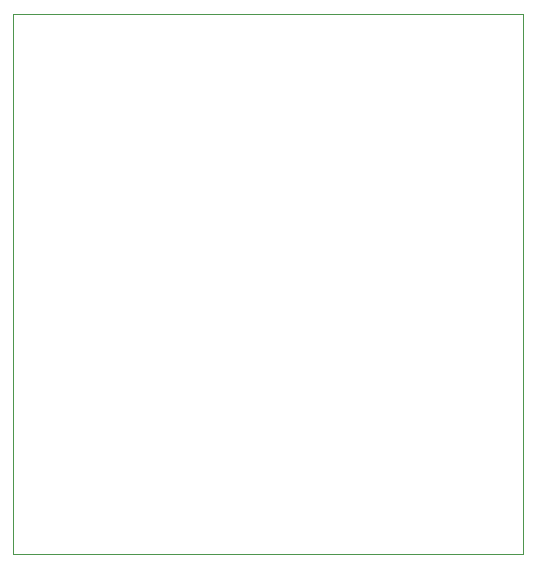
<source format=gbr>
G04 (created by PCBNEW (2013-jul-07)-stable) date Friday 21 August 2015 08:53:59 AM IST*
%MOIN*%
G04 Gerber Fmt 3.4, Leading zero omitted, Abs format*
%FSLAX34Y34*%
G01*
G70*
G90*
G04 APERTURE LIST*
%ADD10C,0.00590551*%
%ADD11C,0.00393701*%
G04 APERTURE END LIST*
G54D10*
G54D11*
X86000Y-88000D02*
X86000Y-70000D01*
X103000Y-88000D02*
X86000Y-88000D01*
X103000Y-70000D02*
X103000Y-88000D01*
X86000Y-70000D02*
X103000Y-70000D01*
M02*

</source>
